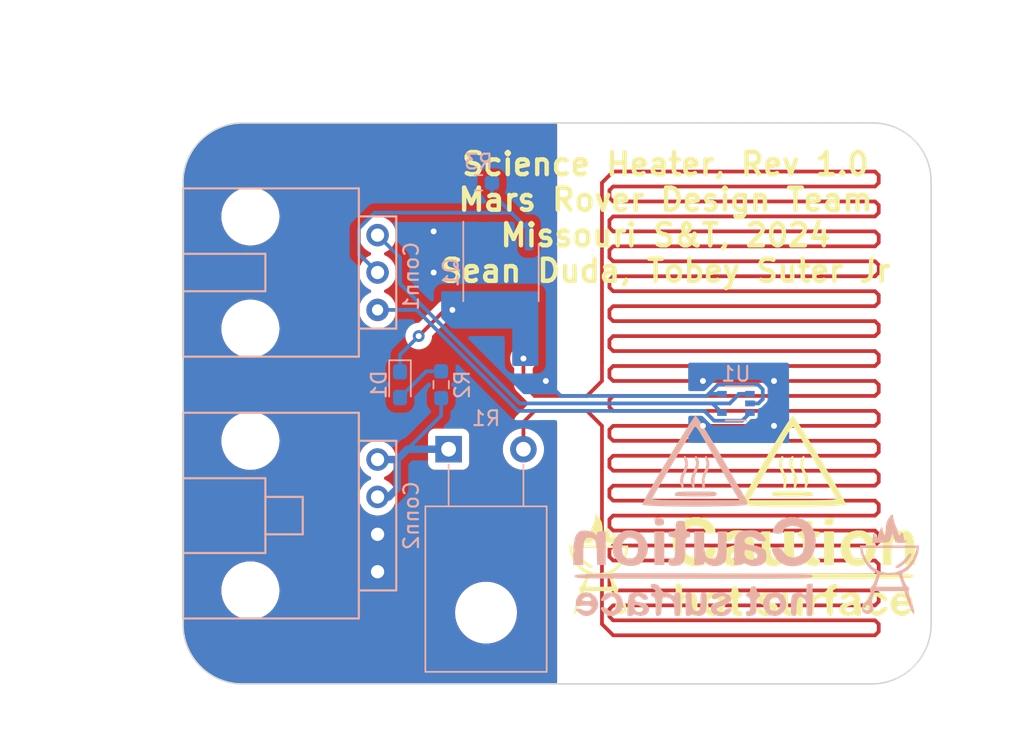
<source format=kicad_pcb>
(kicad_pcb (version 20221018) (generator pcbnew)
  (layers (0 "F.Cu" signal) (31 "B.Cu" signal) (34 "B.Paste" user) (35 "F.Paste" user) (36 "B.SilkS" user "B.Silkscreen") (37 "F.SilkS" user "F.Silkscreen") (38 "B.Mask" user) (39 "F.Mask" user) (44 "Edge.Cuts" user))
  (net 0 "")
  (net 1 "+3.3V")
  (net 2 "GND")
  (net 3 "+12V")
  (net 4 "Gate_Driving_Pin")
  (net 5 "/Heater_Trace")
  (net 6 "Temp_Sense")
  (net 7 "Net-(D1-A)")
  (footprint "LOGO" (layer "F.Cu") (at 85.344 61.468)
    (fp_text reference "G***" hide)
    (fp_text value "LOGO" hide)
  )
  (footprint "LOGO" (layer "F.Cu") (at 98.564 58.388)
    (fp_text reference "G***" hide)
    (fp_text value "LOGO" hide)
  )
  (footprint "Package_TO_SOT_SMD:SOT-353_SC-70-5" (layer "B.Cu") (at 94.69648 50.8 180)
    (fp_text reference "U1" (at 0 2) (layer "B.SilkS") (effects (justify mirror)))
    (fp_text value "LMT85DCK")
    (pad "1" smd rect (at -0.95 0.65 180) (size 0.65 0.4) (layers "B.Cu" "B.Paste" "B.Mask") (net 1 "+3.3V"))
    (pad "2" smd rect (at -0.95 0 180) (size 0.65 0.4) (layers "B.Cu" "B.Paste" "B.Mask") (net 2 "GND"))
    (pad "3" smd rect (at -0.95 -0.65 180) (size 0.65 0.4) (layers "B.Cu" "B.Paste" "B.Mask") (net 6 "Temp_Sense"))
    (pad "4" smd rect (at 0.95 -0.65 180) (size 0.65 0.4) (layers "B.Cu" "B.Paste" "B.Mask") (net 1 "+3.3V"))
    (pad "5" smd rect (at 0.95 0.65 180) (size 0.65 0.4) (layers "B.Cu" "B.Paste" "B.Mask") (net 2 "GND"))
  )
  (footprint "MRDT_Connectors:MOLEX_SL_03_Horizontal" (layer "B.Cu") (at 70.358 39.37 -90)
    (fp_text reference "Conn1" (at 2.794 -2.286 90) (layer "B.SilkS") (effects (justify mirror)))
    (fp_text value "Molex_SL_03")
    (pad "" np_thru_hole circle (at -1.27 8.636 270) (size 3.45 3.45) (drill 3.45) (layers "*.Cu" "*.Mask"))
    (pad "" np_thru_hole circle (at 6.35 8.636 270) (size 3.45 3.45) (drill 3.45) (layers "*.Cu" "*.Mask"))
    (pad "1" thru_hole circle (at 0 0 270) (size 1.524 1.524) (drill 0.9) (layers "*.Cu" "*.Mask") (net 1 "+3.3V"))
    (pad "2" thru_hole circle (at 2.54 0 270) (size 1.524 1.524) (drill 0.9) (layers "*.Cu" "*.Mask") (net 4 "Gate_Driving_Pin"))
    (pad "3" thru_hole circle (at 5.08 0 270) (size 1.524 1.524) (drill 0.762) (layers "*.Cu" "*.Mask") (net 6 "Temp_Sense"))
  )
  (footprint "Package_SO:SOIC-8_3.9x4.9mm_P1.27mm" (layer "B.Cu") (at 78.74 41.91 -90)
    (fp_text reference "Q1" (at 0 3.4 90) (layer "B.SilkS") (effects (justify mirror)))
    (fp_text value "Si4162DY")
    (pad "1" smd roundrect (at -2.475 1.905 270) (size 1.95 0.6) (layers "B.Cu" "B.Paste" "B.Mask") (net 2 "GND"))
    (pad "2" smd roundrect (at -2.475 0.635 270) (size 1.95 0.6) (layers "B.Cu" "B.Paste" "B.Mask") (net 2 "GND"))
    (pad "3" smd roundrect (at -2.475 -0.635 270) (size 1.95 0.6) (layers "B.Cu" "B.Paste" "B.Mask") (net 2 "GND"))
    (pad "4" smd roundrect (at -2.475 -1.905 270) (size 1.95 0.6) (layers "B.Cu" "B.Paste" "B.Mask") (net 4 "Gate_Driving_Pin"))
    (pad "5" smd roundrect (at 2.475 -1.905 270) (size 1.95 0.6) (layers "B.Cu" "B.Paste" "B.Mask") (net 5 "/Heater_Trace"))
    (pad "6" smd roundrect (at 2.475 -0.635 270) (size 1.95 0.6) (layers "B.Cu" "B.Paste" "B.Mask") (net 5 "/Heater_Trace"))
    (pad "7" smd roundrect (at 2.475 0.635 270) (size 1.95 0.6) (layers "B.Cu" "B.Paste" "B.Mask") (net 5 "/Heater_Trace"))
    (pad "8" smd roundrect (at 2.475 1.905 270) (size 1.95 0.6) (layers "B.Cu" "B.Paste" "B.Mask") (net 5 "/Heater_Trace"))
  )
  (footprint "LOGO" (layer "B.Cu") (at 105.168 61.468 180)
    (fp_text reference "G***" hide)
    (fp_text value "LOGO" hide)
  )
  (footprint "Package_TO_SOT_THT:TO-126-2_Horizontal_TabDown" (layer "B.Cu") (at 75.184 53.91)
    (fp_text reference "R1" (at 2.54 -2.094) (layer "B.SilkS") (effects (justify mirror)))
    (fp_text value "7.5")
    (pad "" np_thru_hole oval (at 2.54 11.1) (size 3.2 3.2) (drill 3.2) (layers "*.Cu" "*.Mask"))
    (pad "1" thru_hole rect (at 0 0) (size 1.8 1.8) (drill 1) (layers "*.Cu" "*.Mask") (net 3 "+12V"))
    (pad "2" thru_hole oval (at 5.08 0) (size 1.8 1.8) (drill 1) (layers "*.Cu" "*.Mask") (net 5 "/Heater_Trace"))
  )
  (footprint "Resistor_SMD:R_0603_1608Metric_Pad0.98x0.95mm_HandSolder" (layer "B.Cu") (at 74.676 49.53 90)
    (fp_text reference "R2" (at 0 1.43 90) (layer "B.SilkS") (effects (justify mirror)))
    (fp_text value "1000")
    (pad "1" smd roundrect (at -0.9125 0 90) (size 0.975 0.95) (layers "B.Cu" "B.Paste" "B.Mask") (net 3 "+12V"))
    (pad "2" smd roundrect (at 0.9125 0 90) (size 0.975 0.95) (layers "B.Cu" "B.Paste" "B.Mask") (net 7 "Net-(D1-A)"))
  )
  (footprint "LOGO" (layer "B.Cu") (at 91.948 58.388 180)
    (fp_text reference "G***" hide)
    (fp_text value "LOGO" hide)
  )
  (footprint "LED_SMD:LED_0603_1608Metric_Pad1.05x0.95mm_HandSolder" (layer "B.Cu") (at 71.882 49.53 -90)
    (fp_text reference "D1" (at 0 1.43 90) (layer "B.SilkS") (effects (justify mirror)))
    (fp_text value "ORANGE")
    (pad "1" smd roundrect (at -0.875 0 270) (size 1.05 0.95) (layers "B.Cu" "B.Paste" "B.Mask") (net 5 "/Heater_Trace"))
    (pad "2" smd roundrect (at 0.875 0 270) (size 1.05 0.95) (layers "B.Cu" "B.Paste" "B.Mask") (net 7 "Net-(D1-A)"))
  )
  (footprint "Resistor_SMD:R_0603_1608Metric_Pad0.98x0.95mm_HandSolder" (layer "B.Cu") (at 77.216 35.814 180)
    (fp_text reference "R3" (at 0 1.43) (layer "B.SilkS") (effects (justify mirror)))
    (fp_text value "4.7k")
    (pad "1" smd roundrect (at -0.9125 0 180) (size 0.975 0.95) (layers "B.Cu" "B.Paste" "B.Mask") (net 4 "Gate_Driving_Pin"))
    (pad "2" smd roundrect (at 0.9125 0 180) (size 0.975 0.95) (layers "B.Cu" "B.Paste" "B.Mask") (net 2 "GND"))
  )
  (footprint "MRDT_Connectors:MOLEX_SL_04_Horizontal" (layer "B.Cu") (at 70.358 54.61 -90)
    (fp_text reference "Conn2" (at 3.81 -2.286 90) (layer "B.SilkS") (effects (justify mirror)))
    (fp_text value "Molex_SL_04")
    (pad "" np_thru_hole circle (at -1.27 8.636 270) (size 3.45 3.45) (drill 3.45) (layers "*.Cu" "*.Mask"))
    (pad "" np_thru_hole circle (at 8.89 8.636 270) (size 3.45 3.45) (drill 3.45) (layers "*.Cu" "*.Mask"))
    (pad "1" thru_hole circle (at 0 0 270) (size 1.524 1.524) (drill 0.9) (layers "*.Cu" "*.Mask") (net 3 "+12V"))
    (pad "2" thru_hole circle (at 2.54 0 270) (size 1.524 1.524) (drill 0.9) (layers "*.Cu" "*.Mask") (net 3 "+12V"))
    (pad "3" thru_hole circle (at 5.08 0 270) (size 1.524 1.524) (drill 0.9) (layers "*.Cu" "*.Mask") (net 2 "GND"))
    (pad "4" thru_hole circle (at 7.62 0 270) (size 1.524 1.524) (drill 0.9) (layers "*.Cu" "*.Mask") (net 2 "GND"))
  )
  (gr_line (start 61.233662 31.755416) (end 103.990001 31.75) (stroke (width 0.1)) (layer "Edge.Cuts"))
  (gr_line (start 107.95 35.73005) (end 107.95 65.688219) (stroke (width 0.1)) (layer "Edge.Cuts"))
  (gr_arc (start 103.990001 31.75) (mid 106.797259 32.916949) (end 107.95 35.73005) (stroke (width 0.1)) (layer "Edge.Cuts"))
  (gr_arc (start 107.95 65.688219) (mid 106.810098 68.623465) (end 103.910001 69.85) (stroke (width 0.1)) (layer "Edge.Cuts"))
  (gr_arc (start 61.311781 69.85) (mid 58.376556 68.710088) (end 57.15 65.810001) (stroke (width 0.1)) (layer "Edge.Cuts"))
  (gr_line (start 57.15 65.810001) (end 57.150001 35.56) (stroke (width 0.1)) (layer "Edge.Cuts"))
  (gr_arc (start 57.150001 35.56) (mid 58.437448 32.847988) (end 61.233662 31.755416) (stroke (width 0.1)) (layer "Edge.Cuts"))
  (gr_line (start 103.910001 69.85) (end 61.311781 69.85) (stroke (width 0.1)) (layer "Edge.Cuts"))
  (gr_text "Science Heater, Rev 1.0\nMars Rover Design Team\nMissouri S&T, 2024\nSean Duda, Tobey Suter Jr" (at 89.916 42.672) (layer "F.SilkS") (effects (font (size 1.5 1.5) (thickness 0.3) bold) (justify bottom)))
  (segment (start 93.09648 50.8) (end 93.74648 51.45) (width 0.254) (layer "B.Cu") (net 1))
  (segment (start 95.64648 50.15) (end 94.884 50.15) (width 0.254) (layer "B.Cu") (net 1))
  (segment (start 71.882 42.672) (end 71.882 40.894) (width 0.254) (layer "B.Cu") (net 1))
  (segment (start 92.964 50.8) (end 80.01 50.8) (width 0.254) (layer "B.Cu") (net 1))
  (segment (start 92.964 50.8) (end 93.09648 50.8) (width 0.254) (layer "B.Cu") (net 1))
  (segment (start 80.01 50.8) (end 71.882 42.672) (width 0.254) (layer "B.Cu") (net 1))
  (segment (start 94.27548 50.8) (end 92.964 50.8) (width 0.254) (layer "B.Cu") (net 1))
  (segment (start 94.884 50.15) (end 94.884 50.19148) (width 0.254) (layer "B.Cu") (net 1))
  (segment (start 71.882 40.894) (end 70.358 39.37) (width 0.254) (layer "B.Cu") (net 1))
  (segment (start 94.884 50.19148) (end 94.27548 50.8) (width 0.254) (layer "B.Cu") (net 1))
  (via (at 74.168 41.91) (size 0.8) (drill 0.4) (layers "F.Cu" "B.Cu") (net 2))
  (via (at 74.168 39.116) (size 0.8) (drill 0.4) (layers "F.Cu" "B.Cu") (net 2))
  (via (at 81.788 49.276) (size 0.8) (drill 0.4) (layers "F.Cu" "B.Cu") (net 2))
  (segment (start 96.52 50.50548) (end 96.52 49.84452) (width 0.254) (layer "B.Cu") (net 2))
  (segment (start 95.64648 50.8) (end 96.22548 50.8) (width 0.254) (layer "B.Cu") (net 2))
  (segment (start 92.852 50.15) (end 93.74648 50.15) (width 0.254) (layer "B.Cu") (net 2))
  (segment (start 82.804 50.292) (end 92.71 50.292) (width 0.254) (layer "B.Cu") (net 2))
  (segment (start 81.788 49.276) (end 82.804 50.292) (width 0.254) (layer "B.Cu") (net 2))
  (segment (start 96.52 49.84452) (end 96.20548 49.53) (width 0.254) (layer "B.Cu") (net 2))
  (segment (start 92.71 50.292) (end 92.852 50.15) (width 0.254) (layer "B.Cu") (net 2))
  (segment (start 93.472 49.53) (end 92.852 50.15) (width 0.254) (layer "B.Cu") (net 2))
  (segment (start 96.20548 49.53) (end 93.472 49.53) (width 0.254) (layer "B.Cu") (net 2))
  (segment (start 96.22548 50.8) (end 96.52 50.50548) (width 0.254) (layer "B.Cu") (net 2))
  (segment (start 74.676 50.4425) (end 74.676 51.624) (width 0.254) (layer "B.Cu") (net 3))
  (segment (start 70.358 57.15) (end 71.12 57.15) (width 0.508) (layer "B.Cu") (net 3))
  (segment (start 72.39 53.91) (end 75.184 53.91) (width 0.508) (layer "B.Cu") (net 3))
  (segment (start 71.12 57.15) (end 71.69 56.58) (width 0.508) (layer "B.Cu") (net 3))
  (segment (start 74.676 51.624) (end 72.39 53.91) (width 0.254) (layer "B.Cu") (net 3))
  (segment (start 70.358 54.61) (end 71.69 54.61) (width 0.508) (layer "B.Cu") (net 3))
  (segment (start 71.69 54.61) (end 72.39 53.91) (width 0.508) (layer "B.Cu") (net 3))
  (segment (start 71.69 56.58) (end 71.69 54.61) (width 0.508) (layer "B.Cu") (net 3))
  (segment (start 69.088 40.64) (end 70.358 41.91) (width 0.254) (layer "B.Cu") (net 4))
  (segment (start 80.645 39.05542) (end 80.645 39.435) (width 0.254) (layer "B.Cu") (net 4))
  (segment (start 79.43558 37.846) (end 78.1285 36.53892) (width 0.254) (layer "B.Cu") (net 4))
  (segment (start 77.724 37.846) (end 79.43558 37.846) (width 0.254) (layer "B.Cu") (net 4))
  (segment (start 69.088 38.918921) (end 69.088 40.64) (width 0.254) (layer "B.Cu") (net 4))
  (segment (start 79.43558 37.846) (end 80.645 39.05542) (width 0.254) (layer "B.Cu") (net 4))
  (segment (start 77.724 37.846) (end 70.160921 37.846) (width 0.254) (layer "B.Cu") (net 4))
  (segment (start 70.160921 37.846) (end 69.088 38.918921) (width 0.254) (layer "B.Cu") (net 4))
  (segment (start 78.1285 36.53892) (end 78.1285 35.814) (width 0.254) (layer "B.Cu") (net 4))
  (segment (start 104.394 65.786) (end 104.394 66.294) (width 0.254) (layer "F.Cu") (net 5))
  (segment (start 86.106 48.514) (end 86.106 49.022) (width 0.254) (layer "F.Cu") (net 5))
  (segment (start 86.36 54.356) (end 86.106 54.61) (width 0.254) (layer "F.Cu") (net 5))
  (segment (start 104.14 38.1) (end 86.36 38.1) (width 0.254) (layer "F.Cu") (net 5))
  (segment (start 104.14 46.228) (end 86.36 46.228) (width 0.254) (layer "F.Cu") (net 5))
  (segment (start 85.598 52.324) (end 84.582 51.308) (width 0.254) (layer "F.Cu") (net 5))
  (segment (start 104.14 60.452) (end 86.36 60.452) (width 0.254) (layer "F.Cu") (net 5))
  (segment (start 92.456 49.276) (end 94.742 49.276) (width 0.254) (layer "F.Cu") (net 5))
  (segment (start 86.36 61.468) (end 104.14 61.468) (width 0.254) (layer "F.Cu") (net 5))
  (segment (start 104.14 57.404) (end 104.394 57.658) (width 0.254) (layer "F.Cu") (net 5))
  (segment (start 86.36 44.196) (end 86.106 44.45) (width 0.254) (layer "F.Cu") (net 5))
  (segment (start 97.282 52.324) (end 94.742 52.324) (width 0.254) (layer "F.Cu") (net 5))
  (segment (start 86.36 50.292) (end 86.106 50.546) (width 0.254) (layer "F.Cu") (net 5))
  (segment (start 86.106 54.61) (end 86.106 55.118) (width 0.254) (layer "F.Cu") (net 5))
  (segment (start 74.93 44.45) (end 75.438 44.45) (width 0.254) (layer "F.Cu") (net 5))
  (segment (start 94.742 49.276) (end 97.282 49.276) (width 0.254) (layer "F.Cu") (net 5))
  (segment (start 86.36 45.212) (end 104.14 45.212) (width 0.254) (layer "F.Cu") (net 5))
  (segment (start 84.582 50.292) (end 81.026 50.292) (width 0.254) (layer "F.Cu") (net 5))
  (segment (start 104.394 48.006) (end 104.14 48.26) (width 0.254) (layer "F.Cu") (net 5))
  (segment (start 86.106 38.862) (end 86.36 39.116) (width 0.254) (layer "F.Cu") (net 5))
  (segment (start 104.14 56.388) (end 86.36 56.388) (width 0.254) (layer "F.Cu") (net 5))
  (segment (start 104.394 52.07) (end 104.14 52.324) (width 0.254) (layer "F.Cu") (net 5))
  (segment (start 86.36 60.452) (end 86.106 60.706) (width 0.254) (layer "F.Cu") (net 5))
  (segment (start 86.106 46.99) (end 86.36 47.244) (width 0.254) (layer "F.Cu") (net 5))
  (segment (start 104.14 36.068) (end 86.36 36.068) (width 0.254) (layer "F.Cu") (net 5))
  (segment (start 104.14 65.532) (end 104.394 65.786) (width 0.254) (layer "F.Cu") (net 5))
  (segment (start 86.36 42.164) (end 86.106 42.418) (width 0.254) (layer "F.Cu") (net 5))
  (segment (start 86.106 56.642) (end 86.106 57.15) (width 0.254) (layer "F.Cu") (net 5))
  (segment (start 104.394 63.754) (end 104.394 64.262) (width 0.254) (layer "F.Cu") (net 5))
  (segment (start 86.106 44.958) (end 86.36 45.212) (width 0.254) (layer "F.Cu") (net 5))
  (segment (start 104.394 37.846) (end 104.14 38.1) (width 0.254) (layer "F.Cu") (net 5))
  (segment (start 86.106 64.77) (end 86.106 65.278) (width 0.254) (layer "F.Cu") (net 5))
  (segment (start 86.36 37.084) (end 104.14 37.084) (width 0.254) (layer "F.Cu") (net 5))
  (segment (start 86.106 42.418) (end 86.106 42.926) (width 0.254) (layer "F.Cu") (net 5))
  (segment (start 86.36 41.148) (end 104.14 41.148) (width 0.254) (layer "F.Cu") (net 5))
  (segment (start 86.106 36.83) (end 86.36 37.084) (width 0.254) (layer "F.Cu") (net 5))
  (segment (start 104.394 43.942) (end 104.14 44.196) (width 0.254) (layer "F.Cu") (net 5))
  (segment (start 86.36 35.052) (end 85.598 35.814) (width 0.254) (layer "F.Cu") (net 5))
  (segment (start 86.106 61.214) (end 86.36 61.468) (width 0.254) (layer "F.Cu") (net 5))
  (segment (start 104.394 35.814) (end 104.14 36.068) (width 0.254) (layer "F.Cu") (net 5))
  (segment (start 104.394 66.294) (end 104.14 66.548) (width 0.254) (layer "F.Cu") (net 5))
  (segment (start 104.14 44.196) (end 86.36 44.196) (width 0.254) (layer "F.Cu") (net 5))
  (segment (start 86.36 47.244) (end 104.14 47.244) (width 0.254) (layer "F.Cu") (net 5))
  (segment (start 104.14 47.244) (end 104.394 47.498) (width 0.254) (layer "F.Cu") (net 5))
  (segment (start 104.394 43.434) (end 104.394 43.942) (width 0.254) (layer "F.Cu") (net 5))
  (segment (start 86.36 55.372) (end 104.14 55.372) (width 0.254) (layer "F.Cu") (net 5))
  (segment (start 86.36 39.116) (end 104.14 39.116) (width 0.254) (layer "F.Cu") (net 5))
  (segment (start 104.14 62.484) (end 86.36 62.484) (width 0.254) (layer "F.Cu") (net 5))
  (segment (start 86.36 63.5) (end 104.14 63.5) (width 0.254) (layer "F.Cu") (net 5))
  (segment (start 85.598 35.814) (end 85.598 48.006) (width 0.254) (layer "F.Cu") (net 5))
  (segment (start 81.026 51.308) (end 80.264 52.07) (width 0.254) (layer "F.Cu") (net 5))
  (segment (start 86.36 43.18) (end 104.14 43.18) (width 0.254) (layer "F.Cu") (net 5))
  (segment (start 86.36 36.068) (end 86.106 36.322) (width 0.254) (layer "F.Cu") (net 5))
  (segment (start 86.36 57.404) (end 104.14 57.404) (width 0.254) (layer "F.Cu") (net 5))
  (segment (start 104.14 40.132) (end 86.36 40.132) (width 0.254) (layer "F.Cu") (net 5))
  (segment (start 86.36 59.436) (end 104.14 59.436) (width 0.254) (layer "F.Cu") (net 5))
  (segment (start 85.598 49.276) (end 84.582 50.292) (width 0.254) (layer "F.Cu") (net 5))
  (segment (start 80.264 49.53) (end 80.264 47.752) (width 0.254) (layer "F.Cu") (net 5))
  (segment (start 104.394 45.974) (end 104.14 46.228) (width 0.254) (layer "F.Cu") (net 5))
  (segment (start 81.026 50.292) (end 80.264 49.53) (width 0.254) (layer "F.Cu") (net 5))
  (segment (start 104.14 45.212) (end 104.394 45.466) (width 0.254) (layer "F.Cu") (net 5))
  (segment (start 84.582 51.308) (end 81.026 51.308) (width 0.254) (layer "F.Cu") (net 5))
  (segment (start 104.14 64.516) (end 86.36 64.516) (width 0.254) (layer "F.Cu") (net 5))
  (segment (start 86.106 59.182) (end 86.36 59.436) (width 0.254) (layer "F.Cu") (net 5))
  (segment (start 104.14 48.26) (end 86.36 48.26) (width 0.254) (layer "F.Cu") (net 5))
  (segment (start 104.14 50.292) (end 86.36 50.292) (width 0.254) (layer "F.Cu") (net 5))
  (segment (start 104.394 39.37) (end 104.394 39.878) (width 0.254) (layer "F.Cu") (net 5))
  (segment (start 104.14 66.548) (end 86.36 66.548) (width 0.254) (layer "F.Cu") (net 5))
  (segment (start 104.14 35.052) (end 104.394 35.306) (width 0.254) (layer "F.Cu") (net 5))
  (segment (start 86.106 57.15) (end 86.36 57.404) (width 0.254) (layer "F.Cu") (net 5))
  (segment (start 86.36 48.26) (end 86.106 48.514) (width 0.254) (layer "F.Cu") (net 5))
  (segment (start 86.36 51.308) (end 104.14 51.308) (width 0.254) (layer "F.Cu") (net 5))
  (segment (start 104.394 54.102) (end 104.14 54.356) (width 0.254) (layer "F.Cu") (net 5))
  (segment (start 86.36 40.132) (end 86.106 40.386) (width 0.254) (layer "F.Cu") (net 5))
  (segment (start 104.14 43.18) (end 104.394 43.434) (width 0.254) (layer "F.Cu") (net 5))
  (segment (start 104.14 59.436) (end 104.394 59.69) (width 0.254) (layer "F.Cu") (net 5))
  (segment (start 104.14 42.164) (end 86.36 42.164) (width 0.254) (layer "F.Cu") (net 5))
  (segment (start 86.36 46.228) (end 86.106 46.482) (width 0.254) (layer "F.Cu") (net 5))
  (segment (start 86.106 40.894) (end 86.36 41.148) (width 0.254) (layer "F.Cu") (net 5))
  (segment (start 86.106 63.246) (end 86.36 63.5) (width 0.254) (layer "F.Cu") (net 5))
  (segment (start 104.394 37.338) (end 104.394 37.846) (width 0.254) (layer "F.Cu") (net 5))
  (segment (start 97.282 49.276) (end 104.14 49.276) (width 0.254) (layer "F.Cu") (net 5))
  (segment (start 104.14 37.084) (end 104.394 37.338) (width 0.254) (layer "F.Cu") (net 5))
  (segment (start 104.394 47.498) (end 104.394 48.006) (width 0.254) (layer "F.Cu") (net 5))
  (segment (start 85.598 65.786) (end 85.598 52.324) (width 0.254) (layer "F.Cu") (net 5))
  (segment (start 104.14 55.372) (end 104.394 55.626) (width 0.254) (layer "F.Cu") (net 5))
  (segment (start 86.36 49.276) (end 92.456 49.276) (width 0.254) (layer "F.Cu") (net 5))
  (segment (start 104.14 54.356) (end 86.36 54.356) (width 0.254) (layer "F.Cu") (net 5))
  (segment (start 104.394 41.402) (end 104.394 41.91) (width 0.254) (layer "F.Cu") (net 5))
  (segment (start 80.264 52.07) (end 80.264 52.832) (width 0.254) (layer "F.Cu") (net 5))
  (segment (start 104.394 56.134) (end 104.14 56.388) (width 0.254) (layer "F.Cu") (net 5))
  (segment (start 104.394 55.626) (end 104.394 56.134) (width 0.254) (layer "F.Cu") (net 5))
  (segment (start 104.394 35.306) (end 104.394 35.814) (width 0.254) (layer "F.Cu") (net 5))
  (segment (start 86.106 58.674) (end 86.106 59.182) (width 0.254) (layer "F.Cu") (net 5))
  (segment (start 104.394 51.562) (end 104.394 52.07) (width 0.254) (layer "F.Cu") (net 5))
  (segment (start 104.14 49.276) (end 104.394 49.53) (width 0.254) (layer "F.Cu") (net 5))
  (segment (start 86.106 60.706) (end 86.106 61.214) (width 0.254) (layer "F.Cu") (net 5))
  (segment (start 86.36 38.1) (end 86.106 38.354) (width 0.254) (layer "F.Cu") (net 5))
  (segment (start 104.14 63.5) (end 104.394 63.754) (width 0.254) (layer "F.Cu") (net 5))
  (segment (start 104.394 39.878) (end 104.14 40.132) (width 0.254) (layer "F.Cu") (net 5))
  (segment (start 104.14 51.308) (end 104.394 51.562) (width 0.254) (layer "F.Cu") (net 5))
  (segment (start 104.14 41.148) (end 104.394 41.402) (width 0.254) (layer "F.Cu") (net 5))
  (segment (start 86.36 66.548) (end 85.598 65.786) (width 0.254) (layer "F.Cu") (net 5))
  (segment (start 86.106 44.45) (end 86.106 44.958) (width 0.254) (layer "F.Cu") (net 5))
  (segment (start 86.106 49.022) (end 86.36 49.276) (width 0.254) (layer "F.Cu") (net 5))
  (segment (start 104.14 61.468) (end 104.394 61.722) (width 0.254) (layer "F.Cu") (net 5))
  (segment (start 86.36 35.052) (end 104.14 35.052) (width 0.254) (layer "F.Cu") (net 5))
  (segment (start 104.14 39.116) (end 104.394 39.37) (width 0.254) (layer "F.Cu") (net 5))
  (segment (start 104.394 49.53) (end 104.394 50.038) (width 0.254) (layer "F.Cu") (net 5))
  (segment (start 86.106 46.482) (end 86.106 46.99) (width 0.254) (layer "F.Cu") (net 5))
  (segment (start 86.106 52.578) (end 86.106 53.086) (width 0.254) (layer "F.Cu") (net 5))
  (segment (start 86.106 55.118) (end 86.36 55.372) (width 0.254) (layer "F.Cu") (net 5))
  (segment (start 94.742 52.324) (end 92.456 52.324) (width 0.254) (layer "F.Cu") (net 5))
  (segment (start 104.14 53.34) (end 104.394 53.594) (width 0.254) (layer "F.Cu") (net 5))
  (segment (start 86.106 50.546) (end 86.106 51.054) (width 0.254) (layer "F.Cu") (net 5))
  (segment (start 86.106 42.926) (end 86.36 43.18) (width 0.254) (layer "F.Cu") (net 5))
  (segment (start 104.394 50.038) (end 104.14 50.292) (width 0.254) (layer "F.Cu") (net 5))
  (segment (start 85.598 48.006) (end 85.598 49.276) (width 0.254) (layer "F.Cu") (net 5))
  (segment (start 104.394 45.466) (end 104.394 45.974) (width 0.254) (layer "F.Cu") (net 5))
  (segment (start 104.394 41.91) (end 104.14 42.164) (width 0.254) (layer "F.Cu") (net 5))
  (segment (start 86.36 64.516) (end 86.106 64.77) (width 0.254) (layer "F.Cu") (net 5))
  (segment (start 104.394 62.23) (end 104.14 62.484) (width 0.254) (layer "F.Cu") (net 5))
  (segment (start 86.106 36.322) (end 86.106 36.83) (width 0.254) (layer "F.Cu") (net 5))
  (segment (start 104.394 59.69) (end 104.394 60.198) (width 0.254) (layer "F.Cu") (net 5))
  (segment (start 86.106 65.278) (end 86.36 65.532) (width 0.254) (layer "F.Cu") (net 5))
  (segment (start 86.36 58.42) (end 86.106 58.674) (width 0.254) (layer "F.Cu") (net 5))
  (segment (start 86.106 51.054) (end 86.36 51.308) (width 0.254) (layer "F.Cu") (net 5))
  (segment (start 86.106 40.386) (end 86.106 40.894) (width 0.254) (layer "F.Cu") (net 5))
  (segment (start 104.14 58.42) (end 86.36 58.42) (width 0.254) (layer "F.Cu") (net 5))
  (segment (start 104.394 58.166) (end 104.14 58.42) (width 0.254) (layer "F.Cu") (net 5))
  (segment (start 86.36 52.324) (end 86.106 52.578) (width 0.254) (layer "F.Cu") (net 5))
  (segment (start 86.36 56.388) (end 86.106 56.642) (width 0.254) (layer "F.Cu") (net 5))
  (segment (start 104.394 53.594) (end 104.394 54.102) (width 0.254) (layer "F.Cu") (net 5))
  (segment (start 92.456 52.324) (end 86.36 52.324) (width 0.254) (layer "F.Cu") (net 5))
  (segment (start 86.106 38.354) (end 86.106 38.862) (width 0.254) (layer "F.Cu") (net 5))
  (segment (start 86.36 62.484) (end 86.106 62.738) (width 0.254) (layer "F.Cu") (net 5))
  (segment (start 104.394 61.722) (end 104.394 62.23) (width 0.254) (layer "F.Cu") (net 5))
  (segment (start 104.394 64.262) (end 104.14 64.516) (width 0.254) (layer "F.Cu") (net 5))
  (segment (start 86.106 53.086) (end 86.36 53.34) (width 0.254) (layer "F.Cu") (net 5))
  (segment (start 86.36 53.34) (end 104.14 53.34) (width 0.254) (layer "F.Cu") (net 5))
  (segment (start 86.36 65.532) (end 104.14 65.532) (width 0.254) (layer "F.Cu") (net 5))
  (segment (start 104.394 57.658) (end 104.394 58.166) (width 0.254) (layer "F.Cu") (net 5))
  (segment (start 104.394 60.198) (end 104.14 60.452) (width 0.254) (layer "F.Cu") (net 5))
  (segment (start 104.14 52.324) (end 97.282 52.324) (width 0.254) (layer "F.Cu") (net 5))
  (segment (start 73.152 46.228) (end 74.93 44.45) (width 0.254) (layer "F.Cu") (net 5))
  (segment (start 86.106 62.738) (end 86.106 63.246) (width 0.254) (layer "F.Cu") (net 5))
  (segment (start 80.264 53.91) (end 80.264 52.832) (width 0.25) (layer "F.Cu") (net 5))
  (via (at 92.456 49.276) (size 0.8) (drill 0.4) (layers "F.Cu" "B.Cu") (net 5))
  (via (at 92.456 52.324) (size 0.8) (drill 0.4) (layers "F.Cu" "B.Cu") (net 5))
  (via (at 80.264 47.752) (size 0.8) (drill 0.4) (layers "F.Cu" "B.Cu") (net 5))
  (via (at 97.282 52.324) (size 0.8) (drill 0.4) (layers "F.Cu" "B.Cu") (net 5))
  (via (at 97.282 49.276) (size 0.8) (drill 0.4) (layers "F.Cu" "B.Cu") (net 5))
  (via (at 73.152 46.228) (size 0.8) (drill 0.4) (layers "F.Cu" "B.Cu") (net 5))
  (via (at 75.438 44.45) (size 0.8) (drill 0.4) (layers "F.Cu" "B.Cu") (net 5))
  (segment (start 71.882 47.498) (end 73.152 46.228) (width 0.254) (layer "B.Cu") (net 5))
  (segment (start 71.882 48.655) (end 71.882 47.498) (width 0.254) (layer "B.Cu") (net 5))
  (segment (start 92.549 51.308) (end 79.875948 51.308) (width 0.254) (layer "B.Cu") (net 6))
  (segment (start 79.875948 51.308) (end 73.017948 44.45) (width 0.254) (layer "B.Cu") (net 6))
  (segment (start 95.11948 51.977) (end 93.218 51.977) (width 0.254) (layer "B.Cu") (net 6))
  (segment (start 73.017948 44.45) (end 70.358 44.45) (width 0.254) (layer "B.Cu") (net 6))
  (segment (start 95.64648 51.45) (end 95.11948 51.977) (width 0.254) (layer "B.Cu") (net 6))
  (segment (start 93.218 51.977) (end 92.549 51.308) (width 0.254) (layer "B.Cu") (net 6))
  (segment (start 73.6695 48.6175) (end 71.882 50.405) (width 0.254) (layer "B.Cu") (net 7))
  (segment (start 74.676 48.6175) (end 73.6695 48.6175) (width 0.254) (layer "B.Cu") (net 7))
  (zone (net 2) (net_name "GND") (layers "F&B.Cu") (priority 1) (connect_pads yes (clearance 0.5)) (min_thickness 0.25) (fill yes (thermal_gap 0.5) (thermal_bridge_width 0.5))
    (polygon (pts (xy 57.15 31.75) (xy 82.55 31.75) (xy 82.55 69.85) (xy 57.15 69.85)))
  )
  (zone (net 5) (net_name "/Heater_Trace") (layer "B.Cu") (name "Heater") (connect_pads (clearance 0)) (min_thickness 0.25) (fill yes (thermal_gap 0.5) (thermal_bridge_width 0.5))
    (polygon (pts (xy 91.45048 48.032) (xy 98.29648 48.032) (xy 98.316602 53.492) (xy 91.46048 53.482)))
  )
  (zone (net 5) (net_name "/Heater_Trace") (layer "B.Cu") (name "Heater") (priority 2) (connect_pads yes (clearance 0)) (min_thickness 0.25) (fill yes (thermal_gap 0.5) (thermal_bridge_width 0.5))
    (polygon (pts (xy 74.676 43.18) (xy 81.28 43.18) (xy 81.28 48.26) (xy 79.502 48.26) (xy 79.502 45.72) (xy 74.676 45.72)))
  )
)
</source>
